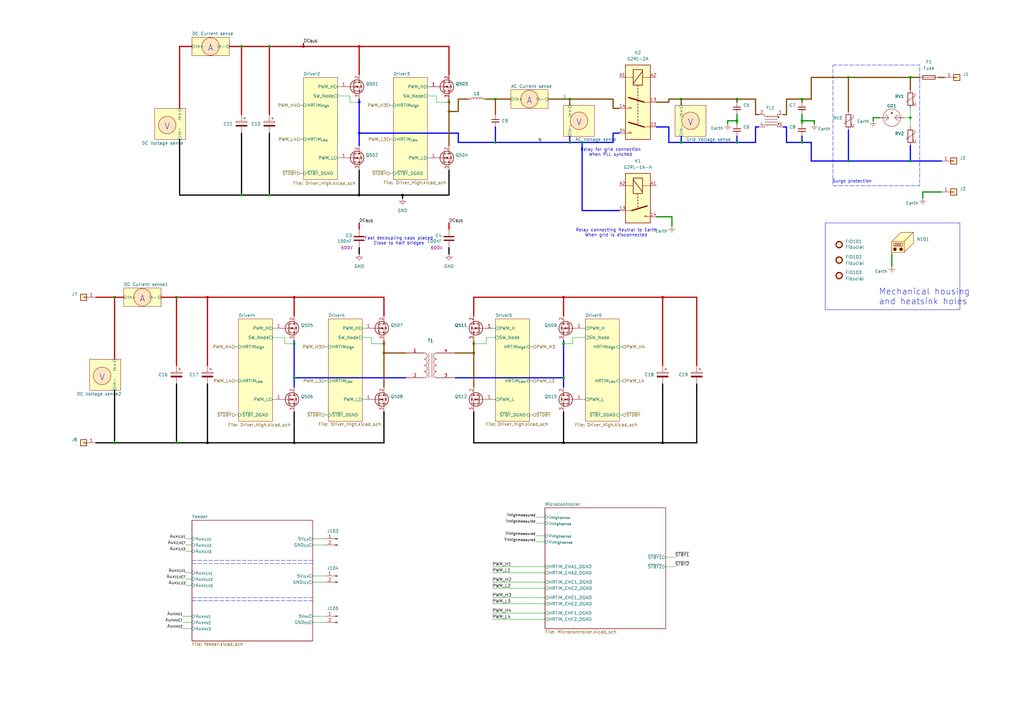
<source format=kicad_sch>
(kicad_sch (version 20250114) (generator "eeschema") (generator_version "9.0")
  (paper "A3")
  (title_block (title "Micro-inverter - 400W") (date "2024-02-06") (rev "A") (comment 1 "JAL") (comment 2 "JAL") (comment 3 "JAL") (comment 4 "PREL"))
  (circle (center 41.91 154.178) (radius 3.5921) (stroke (width 0) (color 132 0 0 1)) (fill (type color) (color 255 229 191 1)))
  (circle (center 58.42 121.92) (radius 3.5921) (stroke (width 0) (color 132 0 0 1)) (fill (type color) (color 255 229 191 1)))
  (rectangle (start 338.455 91.44) (end 393.7 127))
  (circle (center 283.21 49.53) (radius 3.5921) (stroke (width 0) (color 132 0 0 1)) (fill (type color) (color 255 229 191 1)))
  (circle (center 68.58 51.308) (radius 3.5921) (stroke (width 0) (color 132 0 0 1)) (fill (type color) (color 255 229 191 1)))
  (circle (center 86.36 19.05) (radius 3.5921) (stroke (width 0) (color 132 0 0 1)) (fill (type color) (color 255 229 191 1)))
  (rectangle (start 341.63 26.67) (end 377.19 76.2) (stroke (width 0) (type dash)))
  (circle (center 217.17 40.64) (radius 3.5921) (stroke (width 0) (color 132 0 0 1)) (fill (type color) (color 255 229 191 1)))
  (circle (center 237.49 49.53) (radius 3.5921) (stroke (width 0) (color 132 0 0 1)) (fill (type color) (color 255 229 191 1)))
  (text "Relay connecting Neutral to Earth\nWhen grid is disconnected" (at 252.73 95.504 0) (effects (font (size 1.27 1.27))))
  (text "Relay for grid connection\nWhen PLL synched" (at 250.444 62.484 0) (effects (font (size 1.27 1.27))))
  (text "Fast decoupling caps placed\nClose to half bridges" (at 163.576 98.806 0) (effects (font (size 1.27 1.27))))
  (text "Surge protection" (at 349.504 74.422 0) (effects (font (size 1.27 1.27))))
  (text "V" (at 283.21 50.292 0) (effects (font (size 2.54 2.54))))
  (text "A" (at 58.42 122.682 0) (effects (font (size 2.54 2.54))))
  (text "V" (at 237.49 50.292 0) (effects (font (size 2.54 2.54))))
  (text "V" (at 68.58 52.07 0) (effects (font (size 2.54 2.54))))
  (text "Mechanical housing \nand heatsink holes" (at 360.426 125.222 0) (effects (font (size 2.5 2.5)) (justify left bottom)))
  (text "V" (at 41.91 154.94 0) (effects (font (size 2.54 2.54))))
  (text "A" (at 217.17 41.402 0) (effects (font (size 2.54 2.54))))
  (text "A" (at 86.36 19.812 0) (effects (font (size 2.54 2.54))))
  (junction (at 233.68 40.64))
  (junction (at 120.65 140.97))
  (junction (at 72.39 181.61))
  (junction (at 302.26 49.53))
  (junction (at 72.39 121.92))
  (junction (at 99.06 19.05))
  (junction (at 231.14 140.97))
  (junction (at 120.65 121.92) (color 194 0 0 1))
  (junction (at 302.26 40.64))
  (junction (at 147.32 19.05) (color 194 0 0 1))
  (junction (at 147.32 80.01) (color 0 0 0 1))
  (junction (at 124.46 19.05) (color 194 0 0 1))
  (junction (at 46.99 121.92))
  (junction (at 347.98 66.04))
  (junction (at 110.49 80.01))
  (junction (at 271.78 181.61) (color 0 0 0 1))
  (junction (at 271.78 121.92) (color 194 0 0 1))
  (junction (at 85.09 181.61) (color 0 0 0 1))
  (junction (at 231.14 181.61) (color 0 0 0 1))
  (junction (at 231.14 121.92) (color 194 0 0 1))
  (junction (at 120.65 181.61) (color 0 0 0 1))
  (junction (at 184.15 41.91) (color 128 77 0 1))
  (junction (at 347.98 31.75))
  (junction (at 157.48 144.78) (color 128 77 0 1))
  (junction (at 203.2 58.42))
  (junction (at 46.99 181.61))
  (junction (at 279.4 40.64))
  (junction (at 194.31 140.97) (color 128 77 0 1))
  (junction (at 184.15 45.72) (color 128 77 0 1))
  (junction (at 120.65 154.94))
  (junction (at 110.49 19.05))
  (junction (at 328.93 49.53))
  (junction (at 194.31 144.78) (color 128 77 0 1))
  (junction (at 302.26 58.42))
  (junction (at 279.4 58.42))
  (junction (at 147.32 54.61) (color 0 0 255 1))
  (junction (at 373.38 31.75))
  (junction (at 203.2 40.64))
  (junction (at 233.68 58.42))
  (junction (at 157.48 140.97) (color 128 77 0 1))
  (junction (at 165.1 80.01) (color 0 0 0 1))
  (junction (at 328.93 40.64))
  (junction (at 238.76 58.42))
  (junction (at 373.38 66.04))
  (junction (at 373.38 48.26))
  (junction (at 147.32 41.91) (color 0 0 255 1))
  (junction (at 231.14 154.94))
  (junction (at 85.09 121.92) (color 194 0 0 1))
  (junction (at 99.06 80.01))
  (junction (at 328.93 58.42))
  (wire (pts (xy 231.14 140.97) (xy 231.14 139.7)))
  (wire (pts (xy 240.03 134.62) (xy 238.76 134.62)))
  (wire (pts (xy 157.48 144.78) (xy 166.37 144.78)) (stroke (width 0.5) (color 128 77 0 1)))
  (wire (pts (xy 384.81 31.75) (xy 387.35 31.75)) (stroke (width 0.5) (color 128 77 0 1)))
  (wire (pts (xy 184.15 40.64) (xy 184.15 41.91)) (stroke (width 0.5) (color 128 77 0 1)))
  (wire (pts (xy 238.76 58.42) (xy 238.76 86.36)) (stroke (width 0.5) (color 0 0 255 1)))
  (wire (pts (xy 347.98 31.75) (xy 373.38 31.75)) (stroke (width 0.5) (color 128 77 0 1)))
  (wire (pts (xy 187.96 45.72) (xy 187.96 40.64)) (stroke (width 0.5) (color 128 77 0 1)))
  (wire (pts (xy 234.95 140.97) (xy 234.95 138.43)))
  (wire (pts (xy 39.37 181.61) (xy 46.99 181.61)) (stroke (width 0.5) (color 0 0 0 1)))
  (wire (pts (xy 143.51 41.91) (xy 147.32 41.91)))
  (wire (pts (xy 194.31 140.97) (xy 194.31 144.78)) (stroke (width 0.5) (color 128 77 0 1)))
  (wire (pts (xy 285.75 149.86) (xy 285.75 121.92)) (stroke (width 0.5) (color 194 0 0 1)))
  (wire (pts (xy 46.99 121.92) (xy 50.8 121.92)) (stroke (width 0.5) (color 194 0 0 1)))
  (wire (pts (xy 120.65 154.94) (xy 120.65 158.75)) (stroke (width 0.5) (color 0 0 255 1)))
  (wire (pts (xy 302.26 49.53) (xy 302.26 50.8)) (stroke (width 0.5)))
  (wire (pts (xy 96.52 170.18) (xy 97.79 170.18)))
  (wire (pts (xy 254 142.24) (xy 255.27 142.24)))
  (polyline (pts (xy 78.74 229.87) (xy 128.27 229.87)) (stroke (width 0) (type dash)))
  (wire (pts (xy 152.4 138.43) (xy 152.4 140.97)))
  (wire (pts (xy 128.27 220.98) (xy 133.35 220.98)))
  (wire (pts (xy 73.66 19.05) (xy 73.66 44.45)) (stroke (width 0.5) (color 194 0 0 1)))
  (wire (pts (xy 76.2 226.06) (xy 78.74 226.06)))
  (wire (pts (xy 201.93 234.95) (xy 223.52 234.95)))
  (wire (pts (xy 187.96 54.61) (xy 187.96 58.42)) (stroke (width 0.5) (color 0 0 255 1)))
  (wire (pts (xy 360.68 48.26) (xy 358.14 48.26)) (stroke (width 0.5)))
  (wire (pts (xy 373.38 31.75) (xy 373.38 36.83)) (stroke (width 0.5) (color 128 77 0 1)))
  (wire (pts (xy 373.38 52.07) (xy 373.38 48.26)))
  (wire (pts (xy 184.15 69.85) (xy 184.15 80.01)) (stroke (width 0.5) (color 0 0 0 1)))
  (wire (pts (xy 224.79 40.64) (xy 233.68 40.64)) (stroke (width 0.5) (color 128 77 0 1)))
  (wire (pts (xy 218.44 170.18) (xy 217.17 170.18)))
  (wire (pts (xy 147.32 40.64) (xy 147.32 41.91)) (stroke (width 0.5) (color 0 0 255 1)))
  (wire (pts (xy 148.59 134.62) (xy 149.86 134.62)))
  (wire (pts (xy 203.2 58.42) (xy 233.68 58.42)) (stroke (width 0.5) (color 0 0 255 1)))
  (wire (pts (xy 203.2 138.43) (xy 199.39 138.43)))
  (wire (pts (xy 165.1 80.01) (xy 165.1 81.28)) (stroke (width 0.5) (color 0 0 0 1)))
  (wire (pts (xy 143.51 39.37) (xy 143.51 41.91)))
  (wire (pts (xy 110.49 80.01) (xy 147.32 80.01)) (stroke (width 0.5) (color 0 0 0 1)))
  (wire (pts (xy 233.68 40.64) (xy 251.46 40.64)) (stroke (width 0.5) (color 128 77 0 1)))
  (wire (pts (xy 279.4 40.64) (xy 279.4 43.18)) (stroke (width 0.5) (color 128 77 0 1)))
  (wire (pts (xy 160.02 71.12) (xy 161.29 71.12)))
  (wire (pts (xy 373.38 48.26) (xy 370.84 48.26)))
  (wire (pts (xy 124.46 57.15) (xy 123.19 57.15)))
  (wire (pts (xy 328.93 40.64) (xy 328.93 41.91)) (stroke (width 0.5) (color 128 77 0 1)))
  (wire (pts (xy 184.15 19.05) (xy 184.15 30.48)) (stroke (width 0.5) (color 194 0 0 1)))
  (wire (pts (xy 365.76 104.14) (xy 365.76 109.22)) (stroke (width 0.5)))
  (wire (pts (xy 99.06 19.05) (xy 110.49 19.05)) (stroke (width 0.5) (color 194 0 0 1)))
  (wire (pts (xy 203.2 40.64) (xy 209.55 40.64)) (stroke (width 0.5) (color 128 77 0 1)))
  (wire (pts (xy 328.93 46.99) (xy 328.93 49.53)) (stroke (width 0.5)))
  (wire (pts (xy 99.06 54.61) (xy 99.06 80.01)) (stroke (width 0.5) (color 0 0 0 1)))
  (wire (pts (xy 332.74 66.04) (xy 332.74 58.42)) (stroke (width 0.5) (color 0 0 255 1)))
  (wire (pts (xy 123.19 71.12) (xy 124.46 71.12)))
  (wire (pts (xy 203.2 134.62) (xy 201.93 134.62)))
  (wire (pts (xy 298.45 49.53) (xy 302.26 49.53)) (stroke (width 0.5)))
  (wire (pts (xy 274.32 58.42) (xy 279.4 58.42)) (stroke (width 0.5) (color 0 0 255 1)))
  (wire (pts (xy 219.71 222.25) (xy 223.52 222.25)))
  (wire (pts (xy 298.45 49.53) (xy 298.45 50.8)) (stroke (width 0.5)))
  (wire (pts (xy 269.24 52.07) (xy 274.32 52.07)) (stroke (width 0.5) (color 0 0 255 1)))
  (wire (pts (xy 271.78 181.61) (xy 271.78 157.48)) (stroke (width 0.5) (color 0 0 0 1)))
  (wire (pts (xy 157.48 139.7) (xy 157.48 140.97)) (stroke (width 0.5) (color 128 77 0 1)))
  (wire (pts (xy 147.32 101.6) (xy 147.32 104.14)) (stroke (width 0.5) (color 0 0 0 1)))
  (wire (pts (xy 120.65 168.91) (xy 120.65 181.61)) (stroke (width 0.5) (color 0 0 0 1)))
  (wire (pts (xy 309.88 46.99) (xy 309.88 40.64)) (stroke (width 0.5) (color 128 77 0 1)))
  (wire (pts (xy 201.93 247.65) (xy 223.52 247.65)))
  (wire (pts (xy 201.93 232.41) (xy 223.52 232.41)))
  (wire (pts (xy 322.58 46.99) (xy 322.58 40.64)) (stroke (width 0.5) (color 128 77 0 1)))
  (wire (pts (xy 138.43 64.77) (xy 139.7 64.77)))
  (wire (pts (xy 124.46 43.18) (xy 123.19 43.18)))
  (wire (pts (xy 120.65 139.7) (xy 120.65 140.97)) (stroke (width 0.5) (color 0 0 255 1)))
  (wire (pts (xy 233.68 55.88) (xy 233.68 58.42)) (stroke (width 0.5) (color 0 0 255 1)))
  (wire (pts (xy 73.66 19.05) (xy 78.74 19.05)) (stroke (width 0.5) (color 194 0 0 1)))
  (wire (pts (xy 231.14 154.94) (xy 231.14 158.75)) (stroke (width 0.5) (color 0 0 255 1)))
  (wire (pts (xy 179.07 41.91) (xy 184.15 41.91)))
  (wire (pts (xy 328.93 55.88) (xy 328.93 58.42)) (stroke (width 0.5) (color 0 0 255 1)))
  (wire (pts (xy 219.71 219.71) (xy 223.52 219.71)))
  (wire (pts (xy 148.59 138.43) (xy 152.4 138.43)))
  (wire (pts (xy 157.48 140.97) (xy 157.48 144.78)) (stroke (width 0.5) (color 128 77 0 1)))
  (wire (pts (xy 128.27 223.52) (xy 133.35 223.52)))
  (wire (pts (xy 231.14 168.91) (xy 231.14 181.61)) (stroke (width 0.5) (color 0 0 0 1)))
  (wire (pts (xy 302.26 40.64) (xy 302.26 41.91)) (stroke (width 0.5) (color 128 77 0 1)))
  (wire (pts (xy 74.93 255.27) (xy 78.74 255.27)))
  (wire (pts (xy 147.32 54.61) (xy 147.32 59.69)) (stroke (width 0.5) (color 0 0 255 1)))
  (wire (pts (xy 322.58 52.07) (xy 321.31 52.07)) (stroke (width 0.5) (color 0 0 255 1)))
  (wire (pts (xy 194.31 181.61) (xy 231.14 181.61)) (stroke (width 0.5) (color 0 0 0 1)))
  (wire (pts (xy 187.96 58.42) (xy 203.2 58.42)) (stroke (width 0.5) (color 0 0 255 1)))
  (wire (pts (xy 203.2 163.83) (xy 201.93 163.83)))
  (wire (pts (xy 157.48 181.61) (xy 120.65 181.61)) (stroke (width 0.5) (color 0 0 0 1)))
  (wire (pts (xy 110.49 54.61) (xy 110.49 80.01)) (stroke (width 0.5) (color 0 0 0 1)))
  (wire (pts (xy 240.03 163.83) (xy 238.76 163.83)))
  (wire (pts (xy 251.46 44.45) (xy 254 44.45)) (stroke (width 0.5) (color 128 77 0 1)))
  (wire (pts (xy 328.93 58.42) (xy 322.58 58.42)) (stroke (width 0.5) (color 0 0 255 1)))
  (wire (pts (xy 373.38 59.69) (xy 373.38 66.04)) (stroke (width 0.5) (color 0 0 255 1)))
  (wire (pts (xy 332.74 31.75) (xy 332.74 40.64)) (stroke (width 0.5) (color 128 77 0 1)))
  (wire (pts (xy 279.4 40.64) (xy 302.26 40.64)) (stroke (width 0.5) (color 128 77 0 1)))
  (wire (pts (xy 116.84 140.97) (xy 120.65 140.97)))
  (wire (pts (xy 147.32 69.85) (xy 147.32 80.01)) (stroke (width 0.5) (color 0 0 0 1)))
  (wire (pts (xy 201.93 241.3) (xy 223.52 241.3)))
  (wire (pts (xy 254 156.21) (xy 255.27 156.21)))
  (wire (pts (xy 97.79 156.21) (xy 96.52 156.21)))
  (wire (pts (xy 273.05 232.41) (xy 276.86 232.41)))
  (wire (pts (xy 309.88 46.99) (xy 311.15 46.99)) (stroke (width 0.5) (color 128 77 0 1)))
  (wire (pts (xy 347.98 66.04) (xy 373.38 66.04)) (stroke (width 0.5) (color 0 0 255 1)))
  (wire (pts (xy 233.68 58.42) (xy 238.76 58.42)) (stroke (width 0.5) (color 0 0 255 1)))
  (wire (pts (xy 99.06 46.99) (xy 99.06 19.05)) (stroke (width 0.5) (color 194 0 0 1)))
  (wire (pts (xy 231.14 154.94) (xy 186.69 154.94)) (stroke (width 0.5) (color 0 0 255 1)))
  (wire (pts (xy 99.06 80.01) (xy 110.49 80.01)) (stroke (width 0.5) (color 0 0 0 1)))
  (polyline (pts (xy 78.74 245.11) (xy 128.27 245.11)) (stroke (width 0) (type dash)))
  (wire (pts (xy 97.79 142.24) (xy 96.52 142.24)))
  (wire (pts (xy 73.66 80.01) (xy 73.66 57.15)) (stroke (width 0.5) (color 0 0 0 1)))
  (wire (pts (xy 334.01 49.53) (xy 334.01 50.8)) (stroke (width 0.5)))
  (wire (pts (xy 251.46 58.42) (xy 251.46 54.61)) (stroke (width 0.5) (color 0 0 255 1)))
  (wire (pts (xy 274.32 40.64) (xy 279.4 40.64)) (stroke (width 0.5) (color 128 77 0 1)))
  (wire (pts (xy 147.32 19.05) (xy 184.15 19.05)) (stroke (width 0.5) (color 194 0 0 1)))
  (wire (pts (xy 124.46 17.78) (xy 124.46 19.05)) (stroke (width 0.5) (color 194 0 0 1)))
  (wire (pts (xy 111.76 138.43) (xy 116.84 138.43)))
  (wire (pts (xy 231.14 140.97) (xy 231.14 154.94)) (stroke (width 0.5) (color 0 0 255 1)))
  (wire (pts (xy 134.62 142.24) (xy 133.35 142.24)))
  (wire (pts (xy 378.46 78.74) (xy 378.46 81.28)) (stroke (width 0.5)))
  (wire (pts (xy 358.14 48.26) (xy 358.14 49.53)) (stroke (width 0.5)))
  (wire (pts (xy 120.65 154.94) (xy 166.37 154.94)) (stroke (width 0.5) (color 0 0 255 1)))
  (wire (pts (xy 275.59 92.71) (xy 275.59 88.9)) (stroke (width 0.5)))
  (wire (pts (xy 321.31 46.99) (xy 322.58 46.99)) (stroke (width 0.5) (color 128 77 0 1)))
  (wire (pts (xy 309.88 52.07) (xy 311.15 52.07)) (stroke (width 0.5) (color 0 0 255 1)))
  (wire (pts (xy 73.66 80.01) (xy 99.06 80.01)) (stroke (width 0.5) (color 0 0 0 1)))
  (wire (pts (xy 271.78 181.61) (xy 285.75 181.61)) (stroke (width 0.5) (color 0 0 0 1)))
  (wire (pts (xy 110.49 19.05) (xy 124.46 19.05)) (stroke (width 0.5) (color 194 0 0 1)))
  (wire (pts (xy 128.27 238.76) (xy 133.35 238.76)))
  (wire (pts (xy 161.29 43.18) (xy 160.02 43.18)))
  (wire (pts (xy 285.75 157.48) (xy 285.75 181.61)) (stroke (width 0.5) (color 0 0 0 1)))
  (wire (pts (xy 76.2 223.52) (xy 78.74 223.52)))
  (wire (pts (xy 302.26 58.42) (xy 309.88 58.42)) (stroke (width 0.5) (color 0 0 255 1)))
  (wire (pts (xy 120.65 121.92) (xy 85.09 121.92)) (stroke (width 0.5) (color 194 0 0 1)))
  (wire (pts (xy 194.31 144.78) (xy 186.69 144.78)) (stroke (width 0.5) (color 128 77 0 1)))
  (wire (pts (xy 203.2 40.64) (xy 203.2 46.99)) (stroke (width 0.5) (color 128 77 0 1)))
  (wire (pts (xy 219.71 212.09) (xy 223.52 212.09)))
  (wire (pts (xy 66.04 121.92) (xy 72.39 121.92)) (stroke (width 0.5) (color 194 0 0 1)))
  (wire (pts (xy 233.68 40.64) (xy 233.68 43.18)) (stroke (width 0.5) (color 128 77 0 1)))
  (wire (pts (xy 271.78 121.92) (xy 285.75 121.92)) (stroke (width 0.5) (color 194 0 0 1)))
  (wire (pts (xy 275.59 88.9) (xy 269.24 88.9)) (stroke (width 0.5)))
  (wire (pts (xy 157.48 144.78) (xy 157.48 158.75)) (stroke (width 0.5) (color 128 77 0 1)))
  (wire (pts (xy 269.24 41.91) (xy 274.32 41.91)) (stroke (width 0.5) (color 128 77 0 1)))
  (wire (pts (xy 76.2 220.98) (xy 78.74 220.98)))
  (wire (pts (xy 322.58 52.07) (xy 322.58 58.42)) (stroke (width 0.5) (color 0 0 255 1)))
  (wire (pts (xy 187.96 40.64) (xy 191.77 40.64)) (stroke (width 0.5) (color 128 77 0 1)))
  (wire (pts (xy 120.65 140.97) (xy 120.65 154.94)) (stroke (width 0.5) (color 0 0 255 1)))
  (wire (pts (xy 274.32 41.91) (xy 274.32 40.64)) (stroke (width 0.5) (color 128 77 0 1)))
  (wire (pts (xy 161.29 57.15) (xy 160.02 57.15)))
  (wire (pts (xy 46.99 181.61) (xy 72.39 181.61)) (stroke (width 0.5) (color 0 0 0 1)))
  (wire (pts (xy 332.74 31.75) (xy 347.98 31.75)) (stroke (width 0.5) (color 128 77 0 1)))
  (wire (pts (xy 39.37 121.92) (xy 46.99 121.92)) (stroke (width 0.5) (color 194 0 0 1)))
  (wire (pts (xy 309.88 58.42) (xy 309.88 52.07)) (stroke (width 0.5) (color 0 0 255 1)))
  (wire (pts (xy 157.48 168.91) (xy 157.48 181.61)) (stroke (width 0.5) (color 0 0 0 1)))
  (wire (pts (xy 194.31 121.92) (xy 231.14 121.92)) (stroke (width 0.5) (color 194 0 0 1)))
  (wire (pts (xy 273.05 228.6) (xy 276.86 228.6)))
  (wire (pts (xy 334.01 49.53) (xy 328.93 49.53)) (stroke (width 0.5)))
  (wire (pts (xy 184.15 101.6) (xy 184.15 104.14)) (stroke (width 0.5) (color 0 0 0 1)))
  (wire (pts (xy 128.27 255.27) (xy 133.35 255.27)))
  (wire (pts (xy 128.27 236.22) (xy 133.35 236.22)))
  (wire (pts (xy 231.14 121.92) (xy 271.78 121.92)) (stroke (width 0.5) (color 194 0 0 1)))
  (wire (pts (xy 201.93 254) (xy 223.52 254)))
  (wire (pts (xy 201.93 238.76) (xy 223.52 238.76)))
  (wire (pts (xy 231.14 40.64) (xy 233.68 40.64)))
  (wire (pts (xy 76.2 234.95) (xy 78.74 234.95)))
  (wire (pts (xy 110.49 46.99) (xy 110.49 19.05)) (stroke (width 0.5) (color 194 0 0 1)))
  (wire (pts (xy 194.31 144.78) (xy 194.31 158.75)) (stroke (width 0.5) (color 128 77 0 1)))
  (wire (pts (xy 217.17 156.21) (xy 218.44 156.21)))
  (wire (pts (xy 76.2 240.03) (xy 78.74 240.03)))
  (wire (pts (xy 274.32 52.07) (xy 274.32 58.42)) (stroke (width 0.5) (color 0 0 255 1)))
  (wire (pts (xy 231.14 139.7) (xy 231.14 140.97)) (stroke (width 0.5) (color 0 0 255 1)))
  (wire (pts (xy 175.26 39.37) (xy 179.07 39.37)))
  (wire (pts (xy 328.93 58.42) (xy 332.74 58.42)) (stroke (width 0.5) (color 0 0 255 1)))
  (wire (pts (xy 373.38 31.75) (xy 377.19 31.75)) (stroke (width 0.5) (color 128 77 0 1)))
  (wire (pts (xy 219.71 214.63) (xy 223.52 214.63)))
  (wire (pts (xy 217.17 142.24) (xy 218.44 142.24)))
  (wire (pts (xy 157.48 121.92) (xy 157.48 129.54)) (stroke (width 0.5) (color 194 0 0 1)))
  (wire (pts (xy 120.65 121.92) (xy 120.65 129.54)) (stroke (width 0.5) (color 194 0 0 1)))
  (wire (pts (xy 373.38 44.45) (xy 373.38 48.26)))
  (wire (pts (xy 271.78 149.86) (xy 271.78 121.92)) (stroke (width 0.5) (color 194 0 0 1)))
  (wire (pts (xy 332.74 66.04) (xy 347.98 66.04)) (stroke (width 0.5) (color 0 0 255 1)))
  (wire (pts (xy 128.27 252.73) (xy 133.35 252.73)))
  (wire (pts (xy 184.15 45.72) (xy 187.96 45.72)) (stroke (width 0.5) (color 128 77 0 1)))
  (wire (pts (xy 111.76 163.83) (xy 113.03 163.83)))
  (wire (pts (xy 199.39 40.64) (xy 203.2 40.64)) (stroke (width 0.5) (color 128 77 0 1)))
  (wire (pts (xy 74.93 252.73) (xy 78.74 252.73)))
  (wire (pts (xy 322.58 40.64) (xy 328.93 40.64)) (stroke (width 0.5) (color 128 77 0 1)))
  (wire (pts (xy 148.59 163.83) (xy 149.86 163.83)))
  (wire (pts (xy 251.46 54.61) (xy 254 54.61)) (stroke (width 0.5) (color 0 0 255 1)))
  (wire (pts (xy 74.93 257.81) (xy 78.74 257.81)))
  (wire (pts (xy 201.93 245.11) (xy 223.52 245.11)))
  (wire (pts (xy 46.99 121.92) (xy 46.99 147.32)) (stroke (width 0.5) (color 194 0 0 1)))
  (wire (pts (xy 124.46 19.05) (xy 147.32 19.05)) (stroke (width 0.5) (color 194 0 0 1)))
  (wire (pts (xy 72.39 181.61) (xy 72.39 157.48)) (stroke (width 0.5) (color 0 0 0 1)))
  (wire (pts (xy 386.08 78.74) (xy 378.46 78.74)) (stroke (width 0.5)))
  (wire (pts (xy 147.32 80.01) (xy 165.1 80.01)) (stroke (width 0.5) (color 0 0 0 1)))
  (wire (pts (xy 231.14 121.92) (xy 231.14 129.54)) (stroke (width 0.5) (color 194 0 0 1)))
  (wire (pts (xy 116.84 140.97) (xy 116.84 138.43)))
  (wire (pts (xy 93.98 19.05) (xy 99.06 19.05)) (stroke (width 0.5) (color 194 0 0 1)))
  (wire (pts (xy 302.26 40.64) (xy 309.88 40.64)) (stroke (width 0.5) (color 128 77 0 1)))
  (wire (pts (xy 147.32 54.61) (xy 187.96 54.61)) (stroke (width 0.5) (color 0 0 255 1)))
  (wire (pts (xy 76.2 237.49) (xy 78.74 237.49)))
  (polyline (pts (xy 78.74 246.38) (xy 128.27 246.38)) (stroke (width 0) (type dash)))
  (wire (pts (xy 85.09 181.61) (xy 72.39 181.61)) (stroke (width 0.5) (color 0 0 0 1)))
  (wire (pts (xy 133.35 170.18) (xy 134.62 170.18)))
  (wire (pts (xy 175.26 64.77) (xy 176.53 64.77)))
  (wire (pts (xy 194.31 121.92) (xy 194.31 129.54)) (stroke (width 0.5) (color 194 0 0 1)))
  (wire (pts (xy 199.39 140.97) (xy 194.31 140.97)))
  (wire (pts (xy 302.26 46.99) (xy 302.26 49.53)) (stroke (width 0.5)))
  (wire (pts (xy 157.48 121.92) (xy 120.65 121.92)) (stroke (width 0.5) (color 194 0 0 1)))
  (wire (pts (xy 238.76 58.42) (xy 251.46 58.42)) (stroke (width 0.5) (color 0 0 255 1)))
  (wire (pts (xy 184.15 45.72) (xy 184.15 59.69)) (stroke (width 0.5) (color 128 77 0 1)))
  (wire (pts (xy 85.09 157.48) (xy 85.09 181.61)) (stroke (width 0.5) (color 0 0 0 1)))
  (wire (pts (xy 373.38 66.04) (xy 386.08 66.04)) (stroke (width 0.5) (color 0 0 255 1)))
  (wire (pts (xy 328.93 40.64) (xy 332.74 40.64)) (stroke (width 0.5) (color 128 77 0 1)))
  (wire (pts (xy 194.31 168.91) (xy 194.31 181.61)) (stroke (width 0.5) (color 0 0 0 1)))
  (wire (pts (xy 120.65 181.61) (xy 85.09 181.61)) (stroke (width 0.5) (color 0 0 0 1)))
  (wire (pts (xy 147.32 91.44) (xy 147.32 93.98)) (stroke (width 0.5) (color 194 0 0 1)))
  (wire (pts (xy 138.43 35.56) (xy 139.7 35.56)))
  (wire (pts (xy 147.32 19.05) (xy 147.32 30.48)) (stroke (width 0.5) (color 194 0 0 1)))
  (wire (pts (xy 120.65 140.97) (xy 120.65 139.7)))
  (wire (pts (xy 347.98 53.34) (xy 347.98 66.04)) (stroke (width 0.5) (color 0 0 255 1)))
  (wire (pts (xy 234.95 140.97) (xy 231.14 140.97)))
  (wire (pts (xy 302.26 55.88) (xy 302.26 58.42)) (stroke (width 0.5) (color 0 0 255 1)))
  (wire (pts (xy 347.98 31.75) (xy 347.98 45.72)) (stroke (width 0.5) (color 128 77 0 1)))
  (wire (pts (xy 328.93 49.53) (xy 328.93 50.8)) (stroke (width 0.5)))
  (wire (pts (xy 240.03 138.43) (xy 234.95 138.43)))
  (wire (pts (xy 203.2 52.07) (xy 203.2 58.42)) (stroke (width 0.5) (color 0 0 255 1)))
  (wire (pts (xy 72.39 149.86) (xy 72.39 121.92)) (stroke (width 0.5) (color 194 0 0 1)))
  (wire (pts (xy 165.1 80.01) (xy 184.15 80.01)) (stroke (width 0.5) (color 0 0 0 1)))
  (wire (pts (xy 179.07 39.37) (xy 179.07 41.91)))
  (wire (pts (xy 194.31 139.7) (xy 194.31 140.97)) (stroke (width 0.5) (color 128 77 0 1)))
  (wire (pts (xy 152.4 140.97) (xy 157.48 140.97)))
  (polyline (pts (xy 78.74 231.14) (xy 128.27 231.14)) (stroke (width 0) (type dash)))
  (wire (pts (xy 46.99 181.61) (xy 46.99 160.02)) (stroke (width 0.5) (color 0 0 0 1)))
  (wire (pts (xy 111.76 134.62) (xy 113.03 134.62)))
  (wire (pts (xy 255.27 170.18) (xy 254 170.18)))
  (wire (pts (xy 184.15 91.44) (xy 184.15 93.98)) (stroke (width 0.5) (color 194 0 0 1)))
  (wire (pts (xy 231.14 181.61) (xy 271.78 181.61)) (stroke (width 0.5) (color 0 0 0 1)))
  (wire (pts (xy 72.39 121.92) (xy 85.09 121.92)) (stroke (width 0.5) (color 194 0 0 1)))
  (wire (pts (xy 85.09 149.86) (xy 85.09 121.92)) (stroke (width 0.5) (color 194 0 0 1)))
  (wire (pts (xy 184.15 41.91) (xy 184.15 45.72)) (stroke (width 0.5) (color 128 77 0 1)))
  (wire (pts (xy 138.43 39.37) (xy 143.51 39.37)))
  (wire (pts (xy 251.46 40.64) (xy 251.46 44.45)) (stroke (width 0.5) (color 128 77 0 1)))
  (wire (pts (xy 134.62 156.21) (xy 133.35 156.21)))
  (wire (pts (xy 238.76 86.36) (xy 254 86.36)) (stroke (width 0.5) (color 0 0 255 1)))
  (wire (pts (xy 147.32 41.91) (xy 147.32 54.61)) (stroke (width 0.5) (color 0 0 255 1)))
  (wire (pts (xy 175.26 35.56) (xy 176.53 35.56)))
  (wire (pts (xy 279.4 55.88) (xy 279.4 58.42)) (stroke (width 0.5) (color 0 0 255 1)))
  (wire (pts (xy 201.93 251.46) (xy 223.52 251.46)))
  (wire (pts (xy 279.4 58.42) (xy 302.26 58.42)) (stroke (width 0.5) (color 0 0 255 1)))
  (wire (pts (xy 199.39 138.43) (xy 199.39 140.97)))
  (label "I_{IHighmeasured}" (at 219.71 212.09 180))
  (label "PWM_L3" (at 201.93 247.65 0))
  (label "Aux_{HV2}" (at 74.93 257.81 180))
  (label "I_{IIHighmeasured}" (at 219.71 214.63 180))
  (label "DC_{BUS}" (at 124.46 17.78 0))
  (label "PWM_H1" (at 201.93 232.41 0))
  (label "Aux_{ILV1}" (at 76.2 220.98 180))
  (label "N" (at 222.25 58.42 180))
  (label "V_{IHighmeasured}" (at 219.71 219.71 180))
  (label "Aux_{IILV2}" (at 76.2 240.03 180))
  (label "Aux_{ILVCT}" (at 76.2 223.52 180))
  (label "~{STBY1}" (at 276.86 228.6 0))
  (label "DC_{BUS}" (at 184.15 91.44 0))
  (label "Aux_{ILV2}" (at 76.2 226.06 180))
  (label "Aux_{HVCT}" (at 74.93 255.27 180))
  (label "PWM_L4" (at 201.93 254 0))
  (label "DC_{BUS}" (at 147.32 91.44 0))
  (label "PWM_H2" (at 201.93 238.76 0))
  (label "PWM_H4" (at 201.93 251.46 0))
  (label "PWM_L2" (at 201.93 241.3 0))
  (label "~{STBY2}" (at 276.86 232.41 0))
  (label "Aux_{IILVCT}" (at 76.2 237.49 180))
  (label "L" (at 231.14 40.64 0))
  (label "Aux_{HV1}" (at 74.93 252.73 180))
  (label "Aux_{IILV1}" (at 76.2 234.95 180))
  (label "PWM_H3" (at 201.93 245.11 0))
  (label "V_{IIHighmeasured}" (at 219.71 222.25 180))
  (label "PWM_L1" (at 201.93 234.95 0))
  (hierarchical_label "~{STDBY}" (shape input) (at 160.02 71.12 180))
  (hierarchical_label "PWM_L4" (shape input) (at 255.27 156.21 0))
  (hierarchical_label "PWM_L3" (shape input) (at 160.02 57.15 180))
  (hierarchical_label "PWM_L3" (shape input) (at 218.44 156.21 0))
  (hierarchical_label "PWM_H3" (shape input) (at 160.02 43.18 180))
  (hierarchical_label "~{STDBY}" (shape input) (at 255.27 170.18 0))
  (hierarchical_label "PWM_L4" (shape input) (at 96.52 156.21 180))
  (hierarchical_label "PWM_H4" (shape input) (at 96.52 142.24 180))
  (hierarchical_label "PWM_H4" (shape input) (at 123.19 43.18 180))
  (hierarchical_label "~{STDBY}" (shape input) (at 133.35 170.18 180))
  (hierarchical_label "~{STDBY}" (shape input) (at 123.19 71.12 180))
  (hierarchical_label "PWM_H4" (shape input) (at 255.27 142.24 0))
  (hierarchical_label "~{STDBY}" (shape input) (at 96.52 170.18 180))
  (hierarchical_label "PWM_L3" (shape input) (at 133.35 156.21 180))
  (hierarchical_label "~{STDBY}" (shape input) (at 218.44 170.18 0))
  (hierarchical_label "PWM_H3" (shape input) (at 218.44 142.24 0))
  (hierarchical_label "PWM_H3" (shape input) (at 133.35 142.24 180))
  (hierarchical_label "PWM_L4" (shape input) (at 123.19 57.15 180))
  (symbol (lib_id "Transistor_FET:QM6006D") (at 144.78 64.77 0) (unit 1)
    (property "Reference" "Q502" (at 149.987 63.6016 0) (effects (justify left)))
    (property "Value" "IPD60R210PFD7SAUMA1" (effects (hide yes)))
    (property "Footprint" "Package_TO_SOT_SMD:TO-252-2" (effects (hide yes)))
    (property "Datasheet" "${KIPRJMOD}\\datasheets\\IPD60R210PFD7S.pdf" (effects (hide yes)))
  )
  (symbol (lib_id "Transistor_FET:QM6006D") (at 181.61 35.56 0) (unit 1)
    (property "Reference" "Q503" (at 186.817 34.3916 0) (effects (justify left)))
    (property "Value" "IPD60R210PFD7SAUMA1" (effects (hide yes)))
    (property "Footprint" "Package_TO_SOT_SMD:TO-252-2" (effects (hide yes)))
    (property "Datasheet" "${KIPRJMOD}\\datasheets\\IPD60R210PFD7S.pdf" (effects (hide yes)))
  )
  (symbol (lib_id "Connector:Conn_01x02_Male") (at 138.43 252.73 0) (mirror y) (unit 1)
    (property "Reference" "J105" (at 136.525 249.555 0))
    (property "Value" "B2B-EH-A(LF)(SN)" (effects (hide yes)))
    (property "Footprint" "Connector_JST:JST_EH_B2B-EH-A_1x02_P2.50mm_Vertical" (effects (hide yes)))
    (property "manf#" "B2B-EH-A(LF)(SN)" (effects (hide yes)))
    (property "Functional Block" "Feeder" (effects (hide yes)))
    (property "Subfunction" "External supply" (effects (hide yes)))
  )
  (symbol (lib_id "Device:C_Small") (at 328.93 44.45 0) (mirror y) (unit 1)
    (property "Reference" "C7" (at 326.39 43.1862 0) (effects (justify left)))
    (property "Value" "C_Small" (effects (hide yes)))
    (property "Description" "Unpolarized capacitor, small symbol" (effects (hide yes)))
  )
  (symbol (lib_id "Device:C_Small") (at 302.26 44.45 0) (unit 1)
    (property "Reference" "C5" (at 304.8 43.1862 0) (effects (justify left)))
    (property "Value" "C_Small" (effects (hide yes)))
    (property "Description" "Unpolarized capacitor, small symbol" (effects (hide yes)))
  )
  (symbol (lib_id "Connector:Conn_01x02_Male") (at 138.43 220.98 0) (mirror y) (unit 1)
    (property "Reference" "J103" (at 136.525 217.805 0))
    (property "Value" "B2B-EH-A(LF)(SN)" (effects (hide yes)))
    (property "Footprint" "Connector_JST:JST_EH_B2B-EH-A_1x02_P2.50mm_Vertical" (effects (hide yes)))
    (property "manf#" "B2B-EH-A(LF)(SN)" (effects (hide yes)))
    (property "Functional Block" "Feeder" (effects (hide yes)))
    (property "Subfunction" "External supply" (effects (hide yes)))
  )
  (symbol (lib_id "Transistor_FET:QM6006D") (at 118.11 163.83 0) (unit 1)
    (property "Reference" "Q506" (at 123.317 162.6616 0) (effects (justify left)))
    (property "Value" "IPD60R210PFD7SAUMA1" (effects (hide yes)))
    (property "Footprint" "Package_TO_SOT_SMD:TO-252-2" (effects (hide yes)))
    (property "Datasheet" "${KIPRJMOD}\\datasheets\\IPD60R210PFD7S.pdf" (effects (hide yes)))
  )
  (symbol (lib_id "Device:Filter_EMI_CommonMode") (at 316.23 49.53 0) (mirror y) (unit 1)
    (property "Reference" "FL1" (at 315.976 44.196 0))
    (property "Value" "Filter_EMI_CommonMode" (effects (hide yes)))
    (property "Description" "EMI 2-inductor common mode filter" (effects (hide yes)))
  )
  (symbol (lib_id "Device:Varistor") (at 373.38 40.64 0) (mirror y) (unit 1)
    (property "Reference" "RV1" (at 370.84 39.5499 0) (effects (justify left)))
    (property "Value" "Varistor" (effects (hide yes)))
    (property "Description" "Voltage dependent resistor" (effects (hide yes)))
    (property "Sim.Name" "kicad_builtin_varistor" (effects (hide yes)))
    (property "Sim.Device" "SUBCKT" (effects (hide yes)))
    (property "Sim.Pins" "1=A 2=B" (effects (hide yes)))
    (property "Sim.Params" "threshold=1k" (effects (hide yes)))
    (property "Sim.Library" "${KICAD9_SYMBOL_DIR}/Simulation_SPICE.sp" (effects (hide yes)))
  )
  (symbol (lib_id "Device:C_Polarized") (at 110.49 50.8 0) (mirror y) (unit 1)
    (property "Reference" "C10" (at 106.934 50.8 0) (effects (justify left)))
    (property "Value" "C_Polarized" (effects (hide yes)))
    (property "Description" "Polarized capacitor" (effects (hide yes)))
  )
  (symbol (lib_id "Connector_Generic:Conn_01x01") (at 392.43 31.75 0) (unit 1)
    (property "Reference" "J1" (at 394.97 30.4799 0) (effects (justify left)))
    (property "Value" "Conn_01x01" (effects (hide yes)))
    (property "Description" "Generic connector, single row, 01x01, script generated (kicad-library-utils/schlib/autogen/connector/)" (effects (hide yes)))
  )
  (symbol (lib_id "Connector:Conn_01x02_Male") (at 138.43 236.22 0) (mirror y) (unit 1)
    (property "Reference" "J104" (at 136.525 233.045 0))
    (property "Value" "B2B-EH-A(LF)(SN)" (effects (hide yes)))
    (property "Footprint" "Connector_JST:JST_EH_B2B-EH-A_1x02_P2.50mm_Vertical" (effects (hide yes)))
    (property "manf#" "B2B-EH-A(LF)(SN)" (effects (hide yes)))
    (property "Functional Block" "Feeder" (effects (hide yes)))
    (property "Subfunction" "External supply" (effects (hide yes)))
  )
  (symbol (lib_id "Transistor_FET:QM6006D") (at 181.61 64.77 0) (unit 1)
    (property "Reference" "Q504" (at 186.817 63.6016 0) (effects (justify left)))
    (property "Value" "IPD60R210PFD7SAUMA1" (effects (hide yes)))
    (property "Footprint" "Package_TO_SOT_SMD:TO-252-2" (effects (hide yes)))
    (property "Datasheet" "${KIPRJMOD}\\datasheets\\IPD60R210PFD7S.pdf" (effects (hide yes)))
  )
  (symbol (lib_id "power:Earth") (at 275.59 92.71 0) (unit 1)
    (property "Reference" "#PWR03" (effects (hide yes)))
    (property "Value" "Earth" (at 271.272 94.742 0))
    (property "Description" "Power symbol creates a global label with name \"Earth\"" (effects (hide yes)))
  )
  (symbol (lib_id "Device:C_Small") (at 328.93 53.34 0) (mirror y) (unit 1)
    (property "Reference" "C8" (at 326.39 52.0762 0) (effects (justify left)))
    (property "Value" "C_Small" (effects (hide yes)))
    (property "Description" "Unpolarized capacitor, small symbol" (effects (hide yes)))
  )
  (symbol (lib_id "Device:C_Small") (at 203.2 49.53 0) (unit 1)
    (property "Reference" "C9" (at 205.74 49.53 0) (effects (justify left)))
    (property "Value" "C_Small" (effects (hide yes)))
    (property "Description" "Unpolarized capacitor, small symbol" (effects (hide yes)))
  )
  (symbol (lib_id "Device:L") (at 195.58 40.64 90) (unit 1)
    (property "Reference" "L1" (at 195.58 38.354 90))
    (property "Value" "L" (effects (hide yes)))
    (property "Description" "Inductor" (effects (hide yes)))
  )
  (symbol (lib_id "Device:Transformer_1P_1S") (at 176.53 149.86 0) (unit 1)
    (property "Reference" "T1" (at 176.5427 139.7 0))
    (property "Value" "Transformer_1P_1S" (effects (hide yes)))
    (property "Description" "Transformer, single primary, single secondary" (effects (hide yes)))
  )
  (symbol (lib_id "power:Earth") (at 365.76 109.22 0) (unit 1)
    (property "Reference" "#PWR016" (effects (hide yes)))
    (property "Value" "Earth" (at 361.442 111.252 0))
    (property "Description" "Power symbol creates a global label with name \"Earth\"" (effects (hide yes)))
  )
  (symbol (lib_id "Device:C_Small") (at 302.26 53.34 0) (unit 1)
    (property "Reference" "C6" (at 304.8 52.0762 0) (effects (justify left)))
    (property "Value" "C_Small" (effects (hide yes)))
    (property "Description" "Unpolarized capacitor, small symbol" (effects (hide yes)))
  )
  (symbol (lib_id "Device:C_Polarized") (at 72.39 153.67 0) (mirror y) (unit 1)
    (property "Reference" "C16" (at 68.834 153.67 0) (effects (justify left)))
    (property "Value" "C_Polarized" (effects (hide yes)))
    (property "Description" "Polarized capacitor" (effects (hide yes)))
  )
  (symbol (lib_id "power:Earth") (at 378.46 81.28 0) (unit 1)
    (property "Reference" "#PWR05" (effects (hide yes)))
    (property "Value" "Earth" (at 374.142 83.312 0))
    (property "Description" "Power symbol creates a global label with name \"Earth\"" (effects (hide yes)))
  )
  (symbol (lib_id "Mechanical:Fiducial") (at 344.17 106.68 0) (unit 1)
    (property "Reference" "FID102" (at 346.71 105.41 0) (effects (justify left)))
    (property "Value" "Fiducial" (at 346.71 107.95 0) (effects (justify left)))
    (property "Footprint" "Fiducial:Fiducial_1mm_Mask2mm" (effects (hide yes)))
    (property "Description" "Fiducial Marker" (effects (hide yes)))
  )
  (symbol (lib_id "Transistor_FET:QM6006D") (at 196.85 134.62 0) (mirror y) (unit 1)
    (property "Reference" "Q511" (at 191.643 133.4516 0) (effects (justify left)))
    (property "Value" "IPD60R210PFD7SAUMA1" (effects (hide yes)))
    (property "Footprint" "Package_TO_SOT_SMD:TO-252-2" (effects (hide yes)))
    (property "Datasheet" "${KIPRJMOD}\\datasheets\\IPD60R210PFD7S.pdf" (effects (hide yes)))
  )
  (symbol (lib_name "GND_1") (lib_id "power:GND") (at 184.15 104.14 0) (unit 1)
    (property "Reference" "#PWR012" (effects (hide yes)))
    (property "Value" "GND" (at 184.15 109.22 0))
    (property "Description" "Power symbol creates a global label with name \"GND\" , ground" (effects (hide yes)))
  )
  (symbol (lib_id "Connector_Generic:Conn_01x01") (at 391.16 66.04 0) (unit 1)
    (property "Reference" "J2" (at 393.7 64.7699 0) (effects (justify left)))
    (property "Value" "Conn_01x01" (effects (hide yes)))
    (property "Description" "Generic connector, single row, 01x01, script generated (kicad-library-utils/schlib/autogen/connector/)" (effects (hide yes)))
  )
  (symbol (lib_id "Device:C_Polarized") (at 271.78 153.67 0) (mirror y) (unit 1)
    (property "Reference" "C18" (at 268.224 153.67 0) (effects (justify left)))
    (property "Value" "C_Polarized" (effects (hide yes)))
    (property "Description" "Polarized capacitor" (effects (hide yes)))
  )
  (symbol (lib_id "Connector_Generic:Conn_01x01") (at 391.16 78.74 0) (unit 1)
    (property "Reference" "J3" (at 393.7 77.4699 0) (effects (justify left)))
    (property "Value" "Conn_01x01" (effects (hide yes)))
    (property "Description" "Generic connector, single row, 01x01, script generated (kicad-library-utils/schlib/autogen/connector/)" (effects (hide yes)))
  )
  (symbol (lib_id "power:Earth") (at 334.01 50.8 0) (mirror y) (unit 1)
    (property "Reference" "#PWR01" (effects (hide yes)))
    (property "Value" "Earth" (at 338.074 52.832 0))
    (property "Description" "Power symbol creates a global label with name \"Earth\"" (effects (hide yes)))
  )
  (symbol (lib_id "Mechanical:Fiducial") (at 344.17 100.33 0) (unit 1)
    (property "Reference" "FID101" (at 346.71 99.06 0) (effects (justify left)))
    (property "Value" "Fiducial" (at 346.71 101.346 0) (effects (justify left)))
    (property "Footprint" "Fiducial:Fiducial_1mm_Mask2mm" (effects (hide yes)))
    (property "Description" "Fiducial Marker" (effects (hide yes)))
  )
  (symbol (lib_id "Transistor_FET:QM6006D") (at 233.68 163.83 0) (mirror y) (unit 1)
    (property "Reference" "Q510" (at 228.473 162.6616 0) (effects (justify left)))
    (property "Value" "IPD60R210PFD7SAUMA1" (effects (hide yes)))
    (property "Footprint" "Package_TO_SOT_SMD:TO-252-2" (effects (hide yes)))
    (property "Datasheet" "${KIPRJMOD}\\datasheets\\IPD60R210PFD7S.pdf" (effects (hide yes)))
  )
  (symbol (lib_id "Device:C_Polarized") (at 285.75 153.67 0) (mirror y) (unit 1)
    (property "Reference" "C19" (at 282.194 153.67 0) (effects (justify left)))
    (property "Value" "C_Polarized" (effects (hide yes)))
    (property "Description" "Polarized capacitor" (effects (hide yes)))
  )
  (symbol (lib_id "power:Earth") (at 298.45 50.8 0) (unit 1)
    (property "Reference" "#PWR02" (effects (hide yes)))
    (property "Value" "Earth" (at 294.132 52.578 0))
    (property "Description" "Power symbol creates a global label with name \"Earth\"" (effects (hide yes)))
  )
  (symbol (lib_id "Device:C_Polarized") (at 99.06 50.8 0) (mirror y) (unit 1)
    (property "Reference" "C11" (at 95.504 50.8 0) (effects (justify left)))
    (property "Value" "C_Polarized" (effects (hide yes)))
    (property "Description" "Polarized capacitor" (effects (hide yes)))
  )
  (symbol (lib_id "Transistor_FET:QM6006D") (at 154.94 163.83 0) (unit 1)
    (property "Reference" "Q508" (at 160.147 162.6616 0) (effects (justify left)))
    (property "Value" "IPD60R210PFD7SAUMA1" (effects (hide yes)))
    (property "Footprint" "Package_TO_SOT_SMD:TO-252-2" (effects (hide yes)))
    (property "Datasheet" "${KIPRJMOD}\\datasheets\\IPD60R210PFD7S.pdf" (effects (hide yes)))
  )
  (symbol (lib_id "Device:C") (at 147.32 97.79 0) (mirror y) (unit 1)
    (property "Reference" "C3" (at 144.399 96.6216 0) (effects (justify left)))
    (property "Value" "100nF" (at 144.399 98.933 0) (effects (justify left)))
    (property "Footprint" "Capacitor_SMD:C_1210_3225Metric" (effects (hide yes)))
    (property "manf#" "C1206C103K2RAC" (effects (hide yes)))
    (property "VRating" "600V" (at 142.24 101.6 0))
    (property "Functional Block" "Power" (effects (hide yes)))
    (property "Subfunction" "Decoupling Capacitor" (effects (hide yes)))
    (property "Package" "1210" (effects (hide yes)))
    (property "Dielectric" "X7R" (effects (hide yes)))
    (property "Voltage" "200V" (effects (hide yes)))
  )
  (symbol (lib_id "Transistor_FET:QM6006D") (at 196.85 163.83 0) (mirror y) (unit 1)
    (property "Reference" "Q512" (at 191.643 162.6616 0) (effects (justify left)))
    (property "Value" "IPD60R210PFD7SAUMA1" (effects (hide yes)))
    (property "Footprint" "Package_TO_SOT_SMD:TO-252-2" (effects (hide yes)))
    (property "Datasheet" "${KIPRJMOD}\\datasheets\\IPD60R210PFD7S.pdf" (effects (hide yes)))
  )
  (symbol (lib_name "GND_1") (lib_id "power:GND") (at 147.32 104.14 0) (unit 1)
    (property "Reference" "#PWR011" (effects (hide yes)))
    (property "Value" "GND" (at 147.32 109.22 0))
    (property "Description" "Power symbol creates a global label with name \"GND\" , ground" (effects (hide yes)))
  )
  (symbol (lib_id "Relay:G2RL-2A") (at 261.62 41.91 90) (mirror x) (unit 1)
    (property "Reference" "K2" (at 261.62 21.59 90))
    (property "Value" "G2RL-2A" (at 261.62 24.13 90))
    (property "Footprint" "Relay_THT:Relay_DPST_Omron_G2RL-2A" (effects (hide yes)))
    (property "Datasheet" "https://omronfs.omron.com/en_US/ecb/products/pdf/en-g2rl.pdf" (effects (hide yes)))
    (property "Description" "General Purpose Low Profile Relay DPST Through Hole, Omron G2RL series, Normally Open,  8A 250VAC" (effects (hide yes)))
  )
  (symbol (lib_id "Device:Varistor") (at 347.98 49.53 0) (mirror y) (unit 1)
    (property "Reference" "RV3" (at 345.44 48.4399 0) (effects (justify left)))
    (property "Value" "Varistor" (effects (hide yes)))
    (property "Description" "Voltage dependent resistor" (effects (hide yes)))
    (property "Sim.Name" "kicad_builtin_varistor" (effects (hide yes)))
    (property "Sim.Device" "SUBCKT" (effects (hide yes)))
    (property "Sim.Pins" "1=A 2=B" (effects (hide yes)))
    (property "Sim.Params" "threshold=1k" (effects (hide yes)))
    (property "Sim.Library" "${KICAD9_SYMBOL_DIR}/Simulation_SPICE.sp" (effects (hide yes)))
  )
  (symbol (lib_id "Mechanical:Fiducial") (at 344.17 113.03 0) (unit 1)
    (property "Reference" "FID103" (at 346.71 111.76 0) (effects (justify left)))
    (property "Value" "Fiducial" (at 346.71 114.3 0) (effects (justify left)))
    (property "Footprint" "Fiducial:Fiducial_1mm_Mask2mm" (effects (hide yes)))
    (property "Description" "Fiducial Marker" (effects (hide yes)))
  )
  (symbol (lib_id "Mechanical:Housing_Pad") (at 370.84 99.06 0) (unit 1)
    (property "Reference" "N101" (at 375.92 98.1074 0) (effects (justify left)))
    (property "Value" "Housing_Pad" (effects (hide yes)))
    (property "Footprint" "Footprints:Guard_ring" (effects (hide yes)))
    (property "DNP" "x" (effects (hide yes)))
  )
  (symbol (lib_id "Transistor_FET:QM6006D") (at 233.68 134.62 0) (mirror y) (unit 1)
    (property "Reference" "Q509" (at 228.473 133.4516 0) (effects (justify left)))
    (property "Value" "IPD60R210PFD7SAUMA1" (effects (hide yes)))
    (property "Footprint" "Package_TO_SOT_SMD:TO-252-2" (effects (hide yes)))
    (property "Datasheet" "${KIPRJMOD}\\datasheets\\IPD60R210PFD7S.pdf" (effects (hide yes)))
  )
  (symbol (lib_id "Transistor_FET:QM6006D") (at 154.94 134.62 0) (unit 1)
    (property "Reference" "Q507" (at 160.147 133.4516 0) (effects (justify left)))
    (property "Value" "IPD60R210PFD7SAUMA1" (effects (hide yes)))
    (property "Footprint" "Package_TO_SOT_SMD:TO-252-2" (effects (hide yes)))
    (property "Datasheet" "${KIPRJMOD}\\datasheets\\IPD60R210PFD7S.pdf" (effects (hide yes)))
  )
  (symbol (lib_id "Transistor_FET:QM6006D") (at 118.11 134.62 0) (unit 1)
    (property "Reference" "Q505" (at 123.317 133.4516 0) (effects (justify left)))
    (property "Value" "IPD60R210PFD7SAUMA1" (effects (hide yes)))
    (property "Footprint" "Package_TO_SOT_SMD:TO-252-2" (effects (hide yes)))
    (property "Datasheet" "${KIPRJMOD}\\datasheets\\IPD60R210PFD7S.pdf" (effects (hide yes)))
  )
  (symbol (lib_id "Device:Varistor") (at 373.38 55.88 0) (mirror y) (unit 1)
    (property "Reference" "RV2" (at 370.84 54.7899 0) (effects (justify left)))
    (property "Value" "Varistor" (effects (hide yes)))
    (property "Description" "Voltage dependent resistor" (effects (hide yes)))
    (property "Sim.Name" "kicad_builtin_varistor" (effects (hide yes)))
    (property "Sim.Device" "SUBCKT" (effects (hide yes)))
    (property "Sim.Pins" "1=A 2=B" (effects (hide yes)))
    (property "Sim.Params" "threshold=1k" (effects (hide yes)))
    (property "Sim.Library" "${KICAD9_SYMBOL_DIR}/Simulation_SPICE.sp" (effects (hide yes)))
  )
  (symbol (lib_name "GND_1") (lib_id "power:GND") (at 165.1 81.28 0) (unit 1)
    (property "Reference" "#PWR08" (effects (hide yes)))
    (property "Value" "GND" (at 165.1 86.36 0))
    (property "Description" "Power symbol creates a global label with name \"GND\" , ground" (effects (hide yes)))
  )
  (symbol (lib_id "Relay:G2RL-1A-H") (at 261.62 81.28 270) (unit 1)
    (property "Reference" "K1" (at 261.62 66.04 90))
    (property "Value" "G2RL-1A-H" (at 261.62 68.58 90))
    (property "Footprint" "Relay_THT:Relay_SPST_Omron_G2RL-1A" (effects (hide yes)))
    (property "Datasheet" "https://omronfs.omron.com/en_US/ecb/products/pdf/en-g2rl.pdf" (effects (hide yes)))
    (property "Description" "General Purpose Low Profile Relay SPST Through Hole, Omron G2RL series, Normally Open, High Sensitivity, 10A 250VAC" (effects (hide yes)))
  )
  (symbol (lib_id "Connector_Generic:Conn_01x01") (at 34.29 121.92 0) (mirror y) (unit 1)
    (property "Reference" "J7" (at 31.75 120.6499 0) (effects (justify left)))
    (property "Value" "Conn_01x01" (effects (hide yes)))
    (property "Description" "Generic connector, single row, 01x01, script generated (kicad-library-utils/schlib/autogen/connector/)" (effects (hide yes)))
  )
  (symbol (lib_id "Connector_Generic:Conn_01x01") (at 34.29 181.61 0) (mirror y) (unit 1)
    (property "Reference" "J8" (at 31.75 180.3399 0) (effects (justify left)))
    (property "Value" "Conn_01x01" (effects (hide yes)))
    (property "Description" "Generic connector, single row, 01x01, script generated (kicad-library-utils/schlib/autogen/connector/)" (effects (hide yes)))
  )
  (symbol (lib_id "Device:GDT_2Pin") (at 365.76 48.26 270) (mirror x) (unit 1)
    (property "Reference" "GD1" (at 365.76 43.434 90))
    (property "Value" "GDT_2Pin" (effects (hide yes)))
    (property "Description" "Gas Discharge Tube with 2 Pins" (effects (hide yes)))
  )
  (symbol (lib_id "Transistor_FET:QM6006D") (at 144.78 35.56 0) (unit 1)
    (property "Reference" "Q501" (at 149.987 34.3916 0) (effects (justify left)))
    (property "Value" "IPD60R210PFD7SAUMA1" (effects (hide yes)))
    (property "Footprint" "Package_TO_SOT_SMD:TO-252-2" (effects (hide yes)))
    (property "Datasheet" "${KIPRJMOD}\\datasheets\\IPD60R210PFD7S.pdf" (effects (hide yes)))
  )
  (symbol (lib_id "Device:C") (at 184.15 97.79 0) (mirror y) (unit 1)
    (property "Reference" "C4" (at 181.229 96.6216 0) (effects (justify left)))
    (property "Value" "100nF" (at 181.229 98.933 0) (effects (justify left)))
    (property "Footprint" "Capacitor_SMD:C_1210_3225Metric" (effects (hide yes)))
    (property "manf#" "C1206C103K2RAC" (effects (hide yes)))
    (property "VRating" "600V" (at 179.07 101.6 0))
    (property "Functional Block" "Power" (effects (hide yes)))
    (property "Subfunction" "Decoupling Capacitor" (effects (hide yes)))
    (property "Package" "1210" (effects (hide yes)))
    (property "Dielectric" "X7R" (effects (hide yes)))
    (property "Voltage" "200V" (effects (hide yes)))
  )
  (symbol (lib_id "Device:Fuse") (at 381 31.75 90) (unit 1)
    (property "Reference" "F1" (at 381 25.4 90))
    (property "Value" "Fuse" (at 381 27.94 90))
    (property "Description" "Fuse" (effects (hide yes)))
  )
  (symbol (lib_id "Device:C_Polarized") (at 85.09 153.67 0) (mirror y) (unit 1)
    (property "Reference" "C17" (at 81.534 153.67 0) (effects (justify left)))
    (property "Value" "C_Polarized" (effects (hide yes)))
    (property "Description" "Polarized capacitor" (effects (hide yes)))
  )
  (symbol (lib_id "power:Earth") (at 358.14 49.53 0) (unit 1)
    (property "Reference" "#PWR017" (effects (hide yes)))
    (property "Value" "Earth" (at 354.076 49.784 0))
    (property "Description" "Power symbol creates a global label with name \"Earth\"" (effects (hide yes)))
  )
  (sheet (at 50.8 118.11) (size 15.24 7.62) (stroke (width 0.1524)) (fill (color 255 255 194 1.0000))
    (property "Sheetname" "DC Current sense1" (at 50.8 117.3984 0) (effects (justify left bottom)))
    (property "Sheetfile" "current.kicad_sch" (effects (hide yes)))
    (pin "In+" input (at 50.8 121.92 180))
    (pin "In-" input (at 66.04 121.92 0))
  )
  (sheet (at 78.74 15.24) (size 15.24 7.62) (stroke (width 0.1524)) (fill (color 255 255 194 1.0000))
    (property "Sheetname" "DC Current sense" (at 78.74 14.5284 0) (effects (justify left bottom)))
    (property "Sheetfile" "current.kicad_sch" (effects (hide yes)))
    (pin "In+" input (at 78.74 19.05 180))
    (pin "In-" input (at 93.98 19.05 0))
  )
  (sheet (at 134.62 130.81) (size 13.97 41.91) (stroke (width 0.1524)) (fill (color 255 255 194 1.0000))
    (property "Sheetname" "Driver4" (at 134.62 130.0984 0) (effects (justify left bottom)))
    (property "Sheetfile" "Driver_High.kicad_sch" (at 130.556 173.228 0) (effects (justify left top)))
    (pin "PWM_L" output (at 148.59 163.83 0))
    (pin "PWM_H" output (at 148.59 134.62 0))
    (pin "SW_Node" passive (at 148.59 138.43 0))
    (pin "~{STBY}_DGND" input (at 134.62 170.18 180))
    (pin "HRTIM_{High}" input (at 134.62 142.24 180))
    (pin "HRTIM_{Low}" input (at 134.62 156.21 180))
  )
  (sheet (at 78.74 213.36) (size 49.53 49.53) (stroke (width 0.1524))
    (property "Sheetname" "Feeder" (at 78.74 212.6484 0) (effects (justify left bottom)))
    (property "Sheetfile" "feeder.kicad_sch" (at 78.74 263.4746 0) (effects (justify left top)))
    (pin "Aux_{IILV1}" input (at 78.74 234.95 180))
    (pin "Aux_{ILV3}" input (at 78.74 226.06 180))
    (pin "Aux_{IILV3}" input (at 78.74 240.03 180))
    (pin "Aux_{ILV2}" input (at 78.74 223.52 180))
    (pin "Aux_{IILV2}" input (at 78.74 237.49 180))
    (pin "Aux_{HV1}" input (at 78.74 252.73 180))
    (pin "Aux_{ILV1}" input (at 78.74 220.98 180))
    (pin "Aux_{HV2}" input (at 78.74 255.27 180))
    (pin "Aux_{HV3}" input (at 78.74 257.81 180))
    (pin "5V_{HV}" output (at 128.27 252.73 0))
    (pin "GND_{HV}" output (at 128.27 255.27 0))
    (pin "5V_{ILV}" output (at 128.27 220.98 0))
    (pin "GND_{ILV}" output (at 128.27 223.52 0))
    (pin "GND_{IILV}" output (at 128.27 238.76 0))
    (pin "5V_{IILV}" output (at 128.27 236.22 0))
  )
  (sheet (at 276.86 43.18) (size 12.7 12.7) (stroke (width 0.1524)) (fill (color 255 255 194 1.0000))
    (property "Sheetname" "Grid Voltage sense" (at 281.432 57.912 0) (effects (justify left bottom)))
    (property "Sheetfile" "low_side_voltage.kicad_sch" (effects (hide yes)))
    (pin "In+" input (at 279.4 43.18 90))
    (pin "In-" input (at 279.4 55.88 270))
  )
  (sheet (at 223.52 208.28) (size 49.53 49.53) (stroke (width 0.1524))
    (property "Sheetname" "Microcontroller" (at 223.52 207.5684 0) (effects (justify left bottom)))
    (property "Sheetfile" "Microcontroller.kicad_sch" (at 223.52 258.3946 0) (effects (justify left top)))
    (pin "HRTIM_CHA2_DGND" output (at 223.52 234.95 180))
    (pin "HRTIM_CHA1_DGND" output (at 223.52 232.41 180))
    (pin "HRTIM_CHC1_DGND" output (at 223.52 238.76 180))
    (pin "HRTIM_CHC2_DGND" output (at 223.52 241.3 180))
    (pin "V_{IIHighsense}" input (at 223.52 222.25 180))
    (pin "V_{IHighsense}" input (at 223.52 219.71 180))
    (pin "I_{IHighsense}" input (at 223.52 212.09 180))
    (pin "I_{IIHighsense}" input (at 223.52 214.63 180))
    (pin "~{STBY1}" output (at 273.05 228.6 0))
    (pin "~{STBY2}" output (at 273.05 232.41 0))
    (pin "HRTIM_CHE1_DGND" output (at 223.52 245.11 180))
    (pin "HRTIM_CHE2_DGND" output (at 223.52 247.65 180))
    (pin "HRTIM_CHF1_DGND" output (at 223.52 251.46 180))
    (pin "HRTIM_CHF2_DGND" output (at 223.52 254 180))
  )
  (sheet (at 161.29 31.75) (size 13.97 41.91) (stroke (width 0.1524)) (fill (color 255 255 194 1.0000))
    (property "Sheetname" "Driver3" (at 161.29 31.0384 0) (effects (justify left bottom)))
    (property "Sheetfile" "Driver_High.kicad_sch" (at 157.226 74.168 0) (effects (justify left top)))
    (pin "PWM_L" output (at 175.26 64.77 0))
    (pin "PWM_H" output (at 175.26 35.56 0))
    (pin "SW_Node" passive (at 175.26 39.37 0))
    (pin "~{STBY}_DGND" input (at 161.29 71.12 180))
    (pin "HRTIM_{High}" input (at 161.29 43.18 180))
    (pin "HRTIM_{Low}" input (at 161.29 57.15 180))
  )
  (sheet (at 97.79 130.81) (size 13.97 41.91) (stroke (width 0.1524)) (fill (color 255 255 194 1.0000))
    (property "Sheetname" "Driver4" (at 97.79 130.0984 0) (effects (justify left bottom)))
    (property "Sheetfile" "Driver_High.kicad_sch" (at 93.472 173.482 0) (effects (justify left top)))
    (pin "PWM_L" output (at 111.76 163.83 0))
    (pin "PWM_H" output (at 111.76 134.62 0))
    (pin "SW_Node" passive (at 111.76 138.43 0))
    (pin "~{STBY}_DGND" input (at 97.79 170.18 180))
    (pin "HRTIM_{High}" input (at 97.79 142.24 180))
    (pin "HRTIM_{Low}" input (at 97.79 156.21 180))
  )
  (sheet (at 203.2 130.81) (size 13.97 41.91) (stroke (width 0.1524)) (fill (color 255 255 194 1.0000))
    (property "Sheetname" "Driver5" (at 203.2 130.0984 0) (effects (justify left bottom)))
    (property "Sheetfile" "Driver_High.kicad_sch" (at 199.136 173.228 0) (effects (justify left top)))
    (pin "PWM_L" output (at 203.2 163.83 180))
    (pin "PWM_H" output (at 203.2 134.62 180))
    (pin "SW_Node" passive (at 203.2 138.43 180))
    (pin "~{STBY}_DGND" input (at 217.17 170.18 0))
    (pin "HRTIM_{High}" input (at 217.17 142.24 0))
    (pin "HRTIM_{Low}" input (at 217.17 156.21 0))
  )
  (sheet (at 63.5 44.45) (size 12.7 12.7) (stroke (width 0.1524)) (fill (color 255 255 194 1.0000))
    (property "Sheetname" "DC Voltage sense" (at 58.166 59.436 0) (effects (justify left bottom)))
    (property "Sheetfile" "low_side_voltage.kicad_sch" (effects (hide yes)))
    (pin "In+" input (at 73.66 44.45 90))
    (pin "In-" input (at 73.66 57.15 270))
  )
  (sheet (at 240.03 130.81) (size 13.97 41.91) (stroke (width 0.1524)) (fill (color 255 255 194 1.0000))
    (property "Sheetname" "Driver5" (at 240.03 130.0984 0) (effects (justify left bottom)))
    (property "Sheetfile" "Driver_High.kicad_sch" (at 235.712 173.482 0) (effects (justify left top)))
    (pin "PWM_L" output (at 240.03 163.83 180))
    (pin "PWM_H" output (at 240.03 134.62 180))
    (pin "SW_Node" passive (at 240.03 138.43 180))
    (pin "~{STBY}_DGND" input (at 254 170.18 0))
    (pin "HRTIM_{High}" input (at 254 142.24 0))
    (pin "HRTIM_{Low}" input (at 254 156.21 0))
  )
  (sheet (at 231.14 43.18) (size 12.7 12.7) (stroke (width 0.1524)) (fill (color 255 255 194 1.0000))
    (property "Sheetname" "AC Voltage sense" (at 235.966 57.912 0) (effects (justify left bottom)))
    (property "Sheetfile" "low_side_voltage.kicad_sch" (effects (hide yes)))
    (pin "In+" input (at 233.68 43.18 90))
    (pin "In-" input (at 233.68 55.88 270))
  )
  (sheet (at 36.83 147.32) (size 12.7 12.7) (stroke (width 0.1524)) (fill (color 255 255 194 1.0000))
    (property "Sheetname" "DC Voltage sense2" (at 31.496 162.306 0) (effects (justify left bottom)))
    (property "Sheetfile" "low_side_voltage.kicad_sch" (effects (hide yes)))
    (pin "In+" input (at 46.99 147.32 90))
    (pin "In-" input (at 46.99 160.02 270))
  )
  (sheet (at 209.55 36.83) (size 15.24 7.62) (stroke (width 0.1524)) (fill (color 255 255 194 1.0000))
    (property "Sheetname" "AC Current sense" (at 209.55 36.1184 0) (effects (justify left bottom)))
    (property "Sheetfile" "current.kicad_sch" (effects (hide yes)))
    (pin "In+" input (at 209.55 40.64 180))
    (pin "In-" input (at 224.79 40.64 0))
  )
  (sheet (at 124.46 31.75) (size 13.97 41.91) (stroke (width 0.1524)) (fill (color 255 255 194 1.0000))
    (property "Sheetname" "Driver2" (at 124.46 31.0384 0) (effects (justify left bottom)))
    (property "Sheetfile" "Driver_High.kicad_sch" (at 120.142 74.422 0) (effects (justify left top)))
    (pin "PWM_L" output (at 138.43 64.77 0))
    (pin "PWM_H" output (at 138.43 35.56 0))
    (pin "SW_Node" passive (at 138.43 39.37 0))
    (pin "~{STBY}_DGND" input (at 124.46 71.12 180))
    (pin "HRTIM_{High}" input (at 124.46 43.18 180))
    (pin "HRTIM_{Low}" input (at 124.46 57.15 180))
  )
)
</source>
